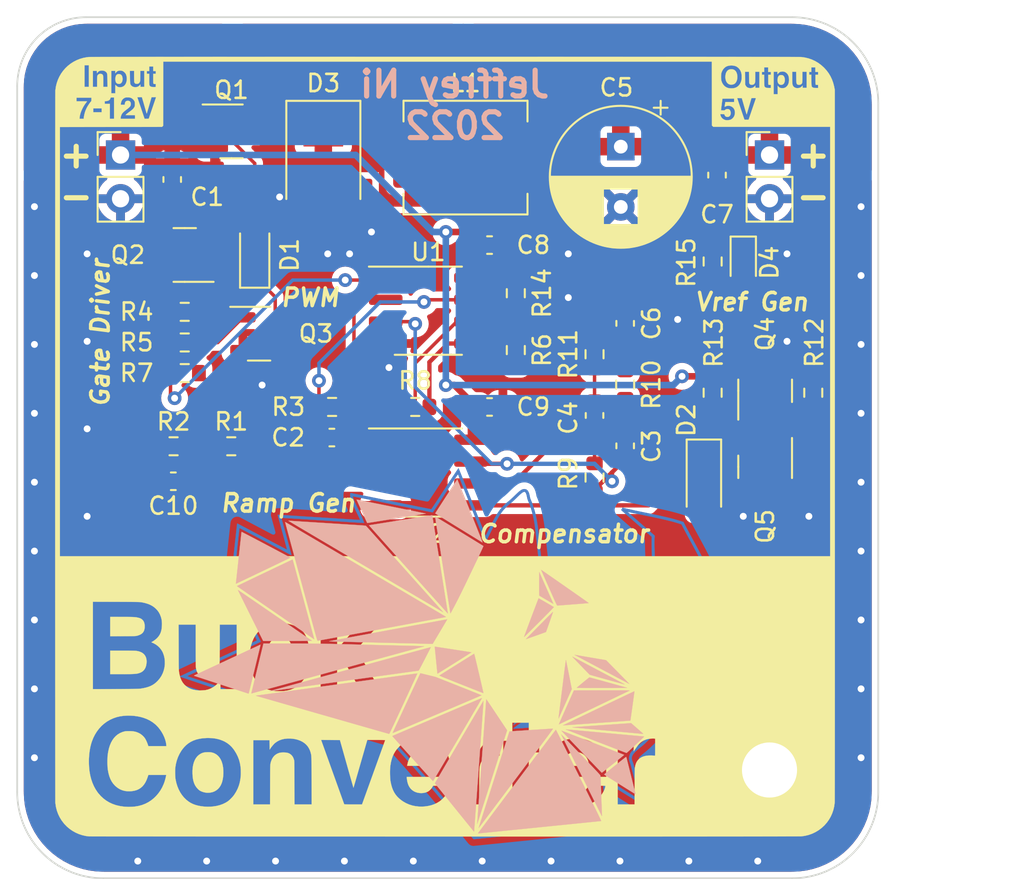
<source format=kicad_pcb>
(kicad_pcb (version 20211014) (generator pcbnew)
  (layers (0 "F.Cu" signal) (31 "B.Cu" signal) (34 "B.Paste" user) (35 "F.Paste" user) (36 "B.SilkS" user "B.Silkscreen") (37 "F.SilkS" user "F.Silkscreen") (38 "B.Mask" user) (39 "F.Mask" user) (44 "Edge.Cuts" user))
  (net 0 "")
  (net 1 "/VIN")
  (net 2 "GND")
  (net 3 "Net-(C2-Pad1)")
  (net 4 "Net-(C2-Pad2)")
  (net 5 "Net-(C3-Pad1)")
  (net 6 "Net-(C3-Pad2)")
  (net 7 "Net-(C4-Pad1)")
  (net 8 "/VOUT")
  (net 9 "Net-(C6-Pad1)")
  (net 10 "Net-(D1-Pad1)")
  (net 11 "Net-(D1-Pad2)")
  (net 12 "/Vref_5")
  (net 13 "/VSW")
  (net 14 "Net-(D4-Pad2)")
  (net 15 "Net-(Q3-Pad1)")
  (net 16 "/Vref_MID")
  (net 17 "Net-(R14-Pad2)")
  (net 18 "Net-(R5-Pad1)")
  (net 19 "Net-(R6-Pad1)")
  (net 20 "Net-(Q4-Pad1)")
  (net 21 "Net-(Q4-Pad2)")
  (footprint "Resistor_SMD:R_0603_1608Metric" (layer "F.Cu") (at 135.382 86.805 90)
    (fp_text reference "R13")
    (fp_text value "82")
  )
  (footprint "Capacitor_THT:CP_Radial_D8.0mm_P3.50mm" (layer "F.Cu") (at 130.048 72.515349 -90)
    (fp_text reference "C5")
    (fp_text value "100u")
  )
  (footprint "Capacitor_SMD:C_0603_1608Metric" (layer "F.Cu") (at 128.524 88.125 90)
    (fp_text reference "C4")
    (fp_text value "10n")
  )
  (footprint "buck-graphics:BMRx00060630" (layer "F.Cu") (at 121.031 73.152)
    (fp_text reference "L1")
    (fp_text value "10u")
  )
  (footprint "Package_SO:SOIC-8_3.9x4.9mm_P1.27mm" (layer "F.Cu") (at 118.872 91.44)
    (fp_text reference "U2")
    (fp_text value "LMC6482")
  )
  (footprint "Package_TO_SOT_SMD:SOT-23" (layer "F.Cu") (at 107.442 71.628)
    (fp_text reference "Q1")
    (fp_text value "Q_PMOS_GSD")
  )
  (footprint "Package_TO_SOT_SMD:SOT-23" (layer "F.Cu") (at 138.43 91.1075 -90)
    (fp_text reference "Q5")
    (fp_text value "MMBT3906")
  )
  (footprint "Resistor_SMD:R_0603_1608Metric" (layer "F.Cu") (at 107.429 89.914)
    (fp_text reference "R1")
    (fp_text value "10k")
  )
  (footprint "Resistor_SMD:R_0603_1608Metric" (layer "F.Cu") (at 113.284 87.63 180)
    (fp_text reference "R3")
    (fp_text value "4.7k")
  )
  (footprint "Capacitor_SMD:C_0603_1608Metric" (layer "F.Cu") (at 122.428 78.232)
    (fp_text reference "C8")
    (fp_text value "0.1u")
  )
  (footprint "Capacitor_SMD:C_0603_1608Metric" (layer "F.Cu") (at 104.064 91.946 180)
    (fp_text reference "C10")
    (fp_text value "0.1u")
  )
  (footprint "Resistor_SMD:R_0603_1608Metric" (layer "F.Cu") (at 118.11 87.63)
    (fp_text reference "R8")
    (fp_text value "10k")
  )
  (footprint "Diode_SMD:D_SMB" (layer "F.Cu") (at 112.776 73.406 -90)
    (fp_text reference "D3")
    (fp_text value "D_Schottky")
  )
  (footprint "Package_TO_SOT_SMD:SOT-23" (layer "F.Cu") (at 109.0445 83.378)
    (fp_text reference "Q3")
    (fp_text value "BSS123")
  )
  (footprint "buck-graphics:pcb-inkscape" (layer "F.Cu") (at 119.842001 89.937996)
    (fp_text reference "Ref**" hide)
    (fp_text value "Val**" hide)
  )
  (footprint "Package_TO_SOT_SMD:SOT-23" (layer "F.Cu") (at 104.7265 78.806 180)
    (fp_text reference "Q2")
    (fp_text value "MMBT3906")
  )
  (footprint "Resistor_SMD:R_0603_1608Metric" (layer "F.Cu") (at 130.302 86.334 90)
    (fp_text reference "R10")
    (fp_text value "680")
  )
  (footprint "Diode_SMD:D_SOD-323_HandSoldering" (layer "F.Cu") (at 108.7905 78.806 90)
    (fp_text reference "D1")
    (fp_text value "1N4148")
  )
  (footprint "Capacitor_SMD:C_0603_1608Metric" (layer "F.Cu") (at 130.302 89.89 90)
    (fp_text reference "C3")
    (fp_text value "82p")
  )
  (footprint "Capacitor_SMD:C_0603_1608Metric" (layer "F.Cu") (at 113.271 89.408)
    (fp_text reference "C2")
    (fp_text value "200p")
  )
  (footprint "Resistor_SMD:R_0603_1608Metric" (layer "F.Cu") (at 104.7265 82.108 180)
    (fp_text reference "R4")
    (fp_text value "1k")
  )
  (footprint "Resistor_SMD:R_0603_1608Metric" (layer "F.Cu") (at 123.952 84.328 90)
    (fp_text reference "R6")
    (fp_text value "20k")
  )
  (footprint "Diode_SMD:D_SOD-123" (layer "F.Cu") (at 134.874 91.7725 -90)
    (fp_text reference "D2")
    (fp_text value "D_Zener")
  )
  (footprint "MountingHole:MountingHole_3.2mm_M3_ISO7380_Pad" (layer "F.Cu") (at 138.684 108.712)
    (fp_text reference "REF**")
    (fp_text value "MountingHole_3.2mm_M3_ISO7380_Pad")
  )
  (footprint "Capacitor_SMD:C_0603_1608Metric" (layer "F.Cu") (at 104 74.422 -90)
    (fp_text reference "C1")
    (fp_text value "10u")
  )
  (footprint "Capacitor_SMD:C_0603_1608Metric" (layer "F.Cu") (at 135.636 74.168 -90)
    (fp_text reference "C7")
    (fp_text value "10u")
  )
  (footprint "Resistor_SMD:R_0603_1608Metric" (layer "F.Cu") (at 104.7265 83.886)
    (fp_text reference "R5")
    (fp_text value "33")
  )
  (footprint "Package_SO:SOIC-8_3.9x4.9mm_P1.27mm" (layer "F.Cu") (at 118.872 82.042)
    (fp_text reference "U1")
    (fp_text value "LM393")
  )
  (footprint "Resistor_SMD:R_0603_1608Metric" (layer "F.Cu") (at 135.382 79.185 -90)
    (fp_text reference "R15")
    (fp_text value "270")
  )
  (footprint "Resistor_SMD:R_0603_1608Metric" (layer "F.Cu") (at 141.224 86.805 90)
    (fp_text reference "R12")
    (fp_text value "10k")
  )
  (footprint "Resistor_SMD:R_0603_1608Metric" (layer "F.Cu") (at 104.7265 85.664 180)
    (fp_text reference "R7")
    (fp_text value "1k")
  )
  (footprint "Package_TO_SOT_SMD:SOT-23" (layer "F.Cu") (at 138.43 86.6925 90)
    (fp_text reference "Q4")
    (fp_text value "MMBT3906")
  )
  (footprint "Resistor_SMD:R_0603_1608Metric" (layer "F.Cu") (at 123.952 81.026 -90)
    (fp_text reference "R14")
    (fp_text value "270")
  )
  (footprint "LED_SMD:LED_0603_1608Metric" (layer "F.Cu") (at 137.16 79.2225 -90)
    (fp_text reference "D4")
    (fp_text value "LED")
  )
  (footprint "Connector_PinHeader_2.54mm:PinHeader_1x02_P2.54mm_Vertical" (layer "F.Cu") (at 101 73)
    (fp_text reference "J1" hide)
    (fp_text value "Conn_01x02")
  )
  (footprint "Resistor_SMD:R_0603_1608Metric" (layer "F.Cu") (at 128.524 91.731 90)
    (fp_text reference "R9")
    (fp_text value "10k")
  )
  (footprint "Connector_PinHeader_2.54mm:PinHeader_1x02_P2.54mm_Vertical" (layer "F.Cu") (at 138.684 73)
    (fp_text reference "J2" hide)
    (fp_text value "Conn_01x02")
  )
  (footprint "Resistor_SMD:R_0603_1608Metric" (layer "F.Cu") (at 128.524 84.569 90)
    (fp_text reference "R11")
    (fp_text value "27k")
  )
  (footprint "Capacitor_SMD:C_0603_1608Metric" (layer "F.Cu") (at 130.302 82.778 90)
    (fp_text reference "C6")
    (fp_text value "10n")
  )
  (footprint "Resistor_SMD:R_0603_1608Metric" (layer "F.Cu") (at 104.079 89.914)
    (fp_text reference "R2")
    (fp_text value "10k")
  )
  (footprint "Capacitor_SMD:C_0603_1608Metric" (layer "F.Cu") (at 122.428 87.63)
    (fp_text reference "C9")
    (fp_text value "0.1u")
  )
  (footprint "buck-graphics:pcb-art-back" (layer "B.Cu") (at 119.888 102.108 180)
    (fp_text reference "Ref**" hide)
    (fp_text value "Val**" hide)
  )
  (gr_arc (start 140 65) (mid 143.535534 66.464466) (end 145 70) (layer "Edge.Cuts") (width 0.1))
  (gr_line (start 95 110) (end 95 69) (layer "Edge.Cuts") (width 0.1))
  (gr_arc (start 145 110) (mid 143.535534 113.535534) (end 140 115) (layer "Edge.Cuts") (width 0.1))
  (gr_line (start 99 65) (end 140 65) (layer "Edge.Cuts") (width 0.1))
  (gr_line (start 140 115) (end 100 115) (layer "Edge.Cuts") (width 0.1))
  (gr_line (start 145 70) (end 145 110) (layer "Edge.Cuts") (width 0.1))
  (gr_arc (start 100 115) (mid 96.464466 113.535534) (end 95 110) (layer "Edge.Cuts") (width 0.1))
  (gr_arc (start 95 69) (mid 96.171573 66.171573) (end 99 65) (layer "Edge.Cuts") (width 0.1))
  (gr_text "Jeffrey Ni\n2022" (at 120.396 70.104) (layer "B.SilkS") (effects (font (size 1.5 1.5) (thickness 0.3)) (justify mirror)))
  (gr_text "Ramp Gen" (at 110.744 93.218) (layer "F.SilkS") (effects (font (size 1.016 1.016) (thickness 0.2032) italic)))
  (gr_text "Gate Driver" (at 99.822 83.312 90) (layer "F.SilkS") (effects (font (size 1.016 1.016) (thickness 0.2032) italic)))
  (gr_text "+\n-" (at 141.224 74.168) (layer "F.SilkS") (effects (font (size 1.5 1.5) (thickness 0.3))))
  (gr_text "Vref Gen" (at 137.668 81.534) (layer "F.SilkS") (effects (font (size 1.016 1.016) (thickness 0.2032) italic)))
  (gr_text "Compensator" (at 126.746 94.996) (layer "F.SilkS") (effects (font (size 1.016 1.016) (thickness 0.2032) italic)))
  (gr_text "PWM" (at 112.014 81.28) (layer "F.SilkS") (effects (font (size 1.016 1.016) (thickness 0.2032) italic)))
  (gr_text "+\n-" (at 98.425 74.168) (layer "F.SilkS") (effects (font (size 1.5 1.5) (thickness 0.3))))
  (segment (start 104.7011 84.8136) (end 105.5515 85.664) (width 0.2) (layer "F.Cu") (net 1))
  (segment (start 121.347 80.137) (end 123.888 80.137) (width 0.2) (layer "F.Cu") (net 1))
  (segment (start 108.254 88.3665) (end 108.254 89.914) (width 0.2) (layer "F.Cu") (net 1))
  (segment (start 103.789 78.806) (end 103.789 78.211) (width 0.2) (layer "F.Cu") (net 1))
  (segment (start 105.5515 85.664) (end 108.254 88.3665) (width 0.2) (layer "F.Cu") (net 1))
  (segment (start 121.347 80.137) (end 121.347 78.538) (width 0.381) (layer "F.Cu") (net 1))
  (segment (start 123.888 80.137) (end 123.952 80.201) (width 0.2) (layer "F.Cu") (net 1))
  (segment (start 121.347 87.936) (end 121.653 87.63) (width 0.381) (layer "F.Cu") (net 1))
  (segment (start 121.411 80.201) (end 121.347 80.137) (width 0.2) (layer "F.Cu") (net 1))
  (segment (start 106.5045 75.4955) (end 106.5045 72.578) (width 0.2) (layer "F.Cu") (net 1))
  (segment (start 135.254 85.852) (end 135.382 85.98) (width 0.381) (layer "F.Cu") (net 1))
  (segment (start 135.382 85.98) (end 138.205 85.98) (width 0.25) (layer "F.Cu") (net 1))
  (segment (start 133.604 85.852) (end 135.254 85.852) (width 0.381) (layer "F.Cu") (net 1))
  (segment (start 120.891 77.47) (end 121.653 78.232) (width 0.381) (layer "F.Cu") (net 1))
  (segment (start 119.888 86.36) (end 120.383 86.36) (width 0.381) (layer "F.Cu") (net 1))
  (segment (start 121.347 78.538) (end 121.653 78.232) (width 0.381) (layer "F.Cu") (net 1))
  (segment (start 103.9015 78.9185) (end 103.789 78.806) (width 0.2) (layer "F.Cu") (net 1))
  (segment (start 121.347 89.535) (end 121.347 87.936) (width 0.381) (layer "F.Cu") (net 1))
  (segment (start 120.383 86.36) (end 121.653 87.63) (width 0.381) (layer "F.Cu") (net 1))
  (segment (start 103.9015 82.108) (end 103.9015 78.9185) (width 0.2) (layer "F.Cu") (net 1))
  (segment (start 138.205 85.98) (end 138.43 85.755) (width 0.25) (layer "F.Cu") (net 1))
  (segment (start 103.9015 82.108) (end 104.7011 82.9076) (width 0.2) (layer "F.Cu") (net 1))
  (segment (start 103.789 78.211) (end 106.5045 75.4955) (width 0.2) (layer "F.Cu") (net 1))
  (segment (start 104.7011 82.9076) (end 104.7011 84.8136) (width 0.2) (layer "F.Cu") (net 1))
  (segment (start 119.888 77.47) (end 120.891 77.47) (width 0.381) (layer "F.Cu") (net 1))
  (via (at 119.888 77.47) (size 0.8) (drill 0.4) (layers "F.Cu" "B.Cu") (net 1))
  (via (at 119.888 86.36) (size 0.8) (drill 0.4) (layers "F.Cu" "B.Cu") (net 1))
  (via (at 133.604 85.852) (size 0.8) (drill 0.4) (layers "F.Cu" "B.Cu") (net 1))
  (segment (start 119.888 77.47) (end 119.888 86.36) (width 0.381) (layer "B.Cu") (net 1))
  (segment (start 114.656 73) (end 101 73) (width 0.381) (layer "B.Cu") (net 1))
  (segment (start 119.888 86.36) (end 133.096 86.36) (width 0.381) (layer "B.Cu") (net 1))
  (segment (start 119.126 77.47) (end 119.888 77.47) (width 0.381) (layer "B.Cu") (net 1))
  (segment (start 114.656 73) (end 119.126 77.47) (width 0.381) (layer "B.Cu") (net 1))
  (segment (start 133.096 86.36) (end 133.604 85.852) (width 0.381) (layer "B.Cu") (net 1))
  (via (at 137.16 93.98) (size 0.8) (drill 0.4) (layers "F.Cu" "B.Cu") (net 2))
  (via (at 96 100) (size 0.8) (drill 0.4) (layers "F.Cu" "B.Cu") (net 2))
  (via (at 139.7 78.74) (size 0.8) (drill 0.4) (layers "F.Cu" "B.Cu") (net 2))
  (via (at 130 114) (size 0.8) (drill 0.4) (layers "F.Cu" "B.Cu") (net 2))
  (via (at 118 114) (size 0.8) (drill 0.4) (layers "F.Cu" "B.Cu") (net 2))
  (via (at 144 80) (size 0.8) (drill 0.4) (layers "F.Cu" "B.Cu") (net 2))
  (via (at 96 88) (size 0.8) (drill 0.4) (layers "F.Cu" "B.Cu") (net 2))
  (via (at 96 76) (size 0.8) (drill 0.4) (layers "F.Cu" "B.Cu") (net 2))
  (via (at 110 114) (size 0.8) (drill 0.4) (layers "F.Cu" "B.Cu") (net 2))
  (via (at 144 76) (size 0.8) (drill 0.4) (layers "F.Cu" "B.Cu") (net 2))
  (via (at 96 104) (size 0.8) (drill 0.4) (layers "F.Cu" "B.Cu") (net 2))
  (via (at 115.57 77.47) (size 0.8) (drill 0.4) (layers "F.Cu" "B.Cu") (net 2))
  (via (at 114.3 78.74) (size 0.8) (drill 0.4) (layers "F.Cu" "B.Cu") (net 2))
  (via (at 99.06 88.9) (size 0.8) (drill 0.4) (layers "F.Cu" "B.Cu") (net 2))
  (via (at 96 84) (size 0.8) (drill 0.4) (layers "F.Cu" "B.Cu") (net 2))
  (via (at 113.03 78.74) (size 0.8) (drill 0.4) (layers "F.Cu" "B.Cu") (net 2))
  (via (at 122 114) (size 0.8) (drill 0.4) (layers "F.Cu" "B.Cu") (net 2))
  (via (at 114 114) (size 0.8) (drill 0.4) (layers "F.Cu" "B.Cu") (net 2))
  (via (at 133.35 82.55) (size 0.8) (drill 0.4) (layers "F.Cu" "B.Cu") (net 2))
  (via (at 116.586 85.344) (size 0.8) (drill 0.4) (layers "F.Cu" "B.Cu") (net 2))
  (via (at 144 88) (size 0.8) (drill 0.4) (layers "F.Cu" "B.Cu") (net 2))
  (via (at 138 114) (size 0.8) (drill 0.4) (layers "F.Cu" "B.Cu") (net 2))
  (via (at 99.06 83.82) (size 0.8) (drill 0.4) (layers "F.Cu" "B.Cu") (net 2))
  (via (at 144 92) (size 0.8) (drill 0.4) (layers "F.Cu" "B.Cu") (net 2))
  (via (at 144 84) (size 0.8) (drill 0.4) (layers "F.Cu" "B.Cu") (net 2))
  (via (at 127 81.28) (size 0.8) (drill 0.4) (layers "F.Cu" "B.Cu") (net 2))
  (via (at 144 108) (size 0.8) (drill 0.4) (layers "F.Cu" "B.Cu") (net 2))
  (via (at 144 100) (size 0.8) (drill 0.4) (layers "F.Cu" "B.Cu") (net 2))
  (via (at 96 80) (size 0.8) (drill 0.4) (layers "F.Cu" "B.Cu") (net 2))
  (via (at 99.06 93.98) (size 0.8) (drill 0.4) (layers "F.Cu" "B.Cu") (net 2))
  (via (at 99.06 78.74) (size 0.8) (drill 0.4) (layers "F.Cu" "B.Cu") (net 2))
  (via (at 140.97 93.98) (size 0.8) (drill 0.4) (layers "F.Cu" "B.Cu") (net 2))
  (via (at 127 78.74) (size 0.8) (drill 0.4) (layers "F.Cu" "B.Cu") (net 2))
  (via (at 102 114) (size 0.8) (drill 0.4) (layers "F.Cu" "B.Cu") (net 2))
  (via (at 144 104) (size 0.8) (drill 0.4) (layers "F.Cu" "B.Cu") (net 2))
  (via (at 96 96) (size 0.8) (drill 0.4) (layers "F.Cu" "B.Cu") (net 2))
  (via (at 134 114) (size 0.8) (drill 0.4) (layers "F.Cu" "B.Cu") (net 2))
  (via (at 96 108) (size 0.8) (drill 0.4) (layers "F.Cu" "B.Cu") (net 2))
  (via (at 126 114) (size 0.8) (drill 0.4) (layers "F.Cu" "B.Cu") (net 2))
  (via (at 106 114) (size 0.8) (drill 0.4) (layers "F.Cu" "B.Cu") (net 2))
  (via (at 139.7 83.82) (size 0.8) (drill 0.4) (layers "F.Cu" "B.Cu") (net 2))
  (via (at 144 96) (size 0.8) (drill 0.4) (layers "F.Cu" "B.Cu") (net 2))
  (via (at 109.22 86.36) (size 0.8) (drill 0.4) (layers "F.Cu" "B.Cu") (net 2))
  (via (at 110.236 75.438) (size 0.8) (drill 0.4) (layers "F.Cu" "B.Cu") (net 2))
  (via (at 96 92) (size 0.8) (drill 0.4) (layers "F.Cu" "B.Cu") (net 2))
  (segment (start 112.496 89.408) (end 112.496 89.243) (width 0.25) (layer "F.Cu") (net 3))
  (segment (start 116.397 90.805) (end 113.893 90.805) (width 0.25) (layer "F.Cu") (net 3))
  (segment (start 113.893 90.805) (end 112.496 89.408) (width 0.25) (layer "F.Cu") (net 3))
  (segment (start 112.496 89.243) (end 114.109 87.63) (width 0.25) (layer "F.Cu") (net 3))
  (segment (start 116.397 89.535) (end 116.397 88.518) (width 0.25) (layer "F.Cu") (net 4))
  (segment (start 114.935 81.407) (end 114.554 81.788) (width 0.2) (layer "F.Cu") (net 4))
  (segment (start 116.27 89.408) (end 116.397 89.535) (width 0.25) (layer "F.Cu") (net 4))
  (segment (start 116.397 81.407) (end 114.935 81.407) (width 0.2) (layer "F.Cu") (net 4))
  (segment (start 116.397 88.518) (end 117.285 87.63) (width 0.25) (layer "F.Cu") (net 4))
  (segment (start 114.554 84.899) (end 117.285 87.63) (width 0.2) (layer "F.Cu") (net 4))
  (segment (start 114.046 89.408) (end 116.27 89.408) (width 0.25) (layer "F.Cu") (net 4))
  (segment (start 116.967 81.407) (end 116.397 81.407) (width 0.2) (layer "F.Cu") (net 4))
  (segment (start 114.554 81.788) (end 114.554 84.899) (width 0.2) (layer "F.Cu") (net 4))
  (segment (start 128.524 92.556) (end 128.524 92.443) (width 0.25) (layer "F.Cu") (net 5))
  (segment (start 128.524 92.443) (end 129.5335 91.4335) (width 0.25) (layer "F.Cu") (net 5))
  (segment (start 129.5335 91.4335) (end 130.302 90.665) (width 0.25) (layer "F.Cu") (net 5))
  (segment (start 128.523 92.557) (end 128.524 92.556) (width 0.2) (layer "F.Cu") (net 5))
  (segment (start 129.5335 91.4335) (end 129.54 91.44) (width 0.25) (layer "F.Cu") (net 5))
  (segment (start 117.983 82.677) (end 118.11 82.804) (width 0.2032) (layer "F.Cu") (net 5))
  (segment (start 123.444 90.932) (end 121.474 90.932) (width 0.25) (layer "F.Cu") (net 5))
  (segment (start 116.397 82.677) (end 117.983 82.677) (width 0.2032) (layer "F.Cu") (net 5))
  (segment (start 121.474 90.932) (end 121.347 90.805) (width 0.25) (layer "F.Cu") (net 5))
  (segment (start 129.54 91.44) (end 129.54 91.948) (width 0.25) (layer "F.Cu") (net 5))
  (via (at 118.11 82.804) (size 0.8) (drill 0.4) (layers "F.Cu" "B.Cu") (net 5))
  (via (at 123.444 90.932) (size 0.8) (drill 0.4) (layers "F.Cu" "B.Cu") (net 5))
  (via (at 129.54 91.948) (size 0.8) (drill 0.4) (layers "F.Cu" "B.Cu") (net 5))
  (segment (start 129.54 91.948) (end 128.524 90.932) (width 0.25) (layer "B.Cu") (net 5))
  (segment (start 122.555 90.932) (end 123.444 90.932) (width 0.2032) (layer "B.Cu") (net 5))
  (segment (start 118.11 86.487) (end 122.555 90.932) (width 0.2032) (layer "B.Cu") (net 5))
  (segment (start 128.524 90.932) (end 123.444 90.932) (width 0.25) (layer "B.Cu") (net 5))
  (segment (start 118.11 82.804) (end 118.11 86.487) (width 0.2032) (layer "B.Cu") (net 5))
  (segment (start 130.48 87.337) (end 130.302 87.159) (width 0.2) (layer "F.Cu") (net 6))
  (segment (start 123.799 92.075) (end 128.524 87.35) (width 0.25) (layer "F.Cu") (net 6))
  (segment (start 130.302 89.115) (end 130.302 87.159) (width 0.2) (layer "F.Cu") (net 6))
  (segment (start 128.524 87.35) (end 130.111 87.35) (width 0.2) (layer "F.Cu") (net 6))
  (segment (start 130.111 87.35) (end 130.302 87.159) (width 0.2) (layer "F.Cu") (net 6))
  (segment (start 121.347 92.075) (end 123.799 92.075) (width 0.25) (layer "F.Cu") (net 6))
  (segment (start 128.524 87.35) (end 128.524 85.394) (width 0.2) (layer "F.Cu") (net 6))
  (segment (start 128.524 90.906) (end 128.524 88.9) (width 0.2) (layer "F.Cu") (net 7))
  (segment (start 135.382 78.36) (end 135.382 78.299) (width 0.2) (layer "F.Cu") (net 8))
  (segment (start 133.858 73.406) (end 132.967349 72.515349) (width 0.2) (layer "F.Cu") (net 8))
  (segment (start 128.524 83.744) (end 128.474 83.744) (width 0.2) (layer "F.Cu") (net 8))
  (segment (start 128.561 83.744) (end 130.302 82.003) (width 0.2) (layer "F.Cu") (net 8))
  (segment (start 128.524 83.744) (end 128.561 83.744) (width 0.2) (layer "F.Cu") (net 8))
  (segment (start 130.302 82.003) (end 130.302 80.518) (width 0.2) (layer "F.Cu") (net 8))
  (segment (start 133.858 76.775) (end 133.858 75.692) (width 0.2) (layer "F.Cu") (net 8))
  (segment (start 130.302 80.518) (end 133.858 76.962) (width 0.2) (layer "F.Cu") (net 8))
  (segment (start 135.382 78.299) (end 133.858 76.775) (width 0.2) (layer "F.Cu") (net 8))
  (segment (start 132.967349 72.515349) (end 130.81 72.515349) (width 0.2) (layer "F.Cu") (net 8))
  (segment (start 133.858 75.692) (end 133.858 73.406) (width 0.2) (layer "F.Cu") (net 8))
  (segment (start 133.858 76.962) (end 133.858 75.692) (width 0.2) (layer "F.Cu") (net 8))
  (segment (start 130.302 85.509) (end 130.302 83.553) (width 0.2) (layer "F.Cu") (net 9))
  (segment (start 108.7905 80.056) (end 105.964 80.056) (width 0.2) (layer "F.Cu") (net 10))
  (segment (start 109.982 81.2475) (end 108.7905 80.056) (width 0.2) (layer "F.Cu") (net 10))
  (segment (start 105.964 80.056) (end 105.664 79.756) (width 0.2) (layer "F.Cu") (net 10))
  (segment (start 105.5515 79.8685) (end 105.664 79.756) (width 0.2) (layer "F.Cu") (net 10))
  (segment (start 109.982 83.378) (end 109.982 81.2475) (width 0.2) (layer "F.Cu") (net 10))
  (segment (start 105.5515 82.108) (end 105.5515 79.8685) (width 0.2) (layer "F.Cu") (net 10))
  (segment (start 107.696 72.396283) (end 107.692858 72.393142) (width 0.2) (layer "F.Cu") (net 11))
  (segment (start 105.964 77.556) (end 108.7905 77.556) (width 0.2) (layer "F.Cu") (net 11))
  (segment (start 105.664 77.856) (end 105.964 77.556) (width 0.2) (layer "F.Cu") (net 11))
  (segment (start 107.692858 72.393142) (end 106.5045 71.204783) (width 0.2) (layer "F.Cu") (net 11))
  (segment (start 108.7905 73.490784) (end 107.692858 72.393142) (width 0.2) (layer "F.Cu") (net 11))
  (segment (start 106.5045 71.204783) (end 106.5045 70.678) (width 0.2) (layer "F.Cu") (net 11))
  (segment (start 108.7905 77.556) (end 108.5365 77.302) (width 0.2) (layer "F.Cu") (net 11))
  (segment (start 108.7905 77.556) (end 108.7905 73.490784) (width 0.2) (layer "F.Cu") (net 11))
  (segment (start 134.874 90.1225) (end 131.6515 93.345) (width 0.25) (layer "F.Cu") (net 12))
  (segment (start 131.6515 93.345) (end 121.347 93.345) (width 0.25) (layer "F.Cu") (net 12))
  (segment (start 137.4325 90.1225) (end 134.874 90.1225) (width 0.2) (layer "F.Cu") (net 12))
  (segment (start 137.48 90.17) (end 137.4325 90.1225) (width 0.2) (layer "F.Cu") (net 12))
  (segment (start 135.382 80.01) (end 137.16 80.01) (width 0.2) (layer "F.Cu") (net 14))
  (segment (start 106.649 83.886) (end 108.107 82.428) (width 0.2) (layer "F.Cu") (net 15))
  (segment (start 105.5515 83.886) (end 106.649 83.886) (width 0.2) (layer "F.Cu") (net 15))
  (segment (start 116.397 92.075) (end 107.823 92.075) (width 0.2) (layer "F.Cu") (net 16))
  (segment (start 104.904 91.881) (end 104.904 89.914) (width 0.2032) (layer "F.Cu") (net 16))
  (segment (start 120.523 82.677) (end 121.347 82.677) (width 0.2) (layer "F.Cu") (net 16))
  (segment (start 104.904 89.914) (end 106.604 89.914) (width 0.2) (layer "F.Cu") (net 16))
  (segment (start 104.902 90.14) (end 104.904 90.138) (width 0.2) (layer "F.Cu") (net 16))
  (segment (start 106.604 90.856) (end 106.604 89.914) (width 0.2) (layer "F.Cu") (net 16))
  (segment (start 104.839 91.946) (end 104.904 91.881) (width 0.2032) (layer "F.Cu") (net 16))
  (segment (start 118.11 85.09) (end 120.523 82.677) (width 0.2) (layer "F.Cu") (net 16))
  (segment (start 118.11 91.44) (end 118.11 85.09) (width 0.2) (layer "F.Cu") (net 16))
  (segment (start 107.823 92.075) (end 106.604 90.856) (width 0.2) (layer "F.Cu") (net 16))
  (segment (start 116.397 92.075) (end 117.475 92.075) (width 0.2) (layer "F.Cu") (net 16))
  (segment (start 104.902 89.916) (end 104.904 89.914) (width 0.2) (layer "F.Cu") (net 16))
  (segment (start 117.475 92.075) (end 118.11 91.44) (width 0.2) (layer "F.Cu") (net 16))
  (segment (start 121.347 81.407) (end 123.508 81.407) (width 0.2032) (layer "F.Cu") (net 17))
  (segment (start 112.522 86.106) (end 112.522 87.567) (width 0.2032) (layer "F.Cu") (net 17))
  (segment (start 123.508 81.407) (end 123.952 81.851) (width 0.2032) (layer "F.Cu") (net 17))
  (segment (start 121.347 81.407) (end 118.745 81.407) (width 0.2032) (layer "F.Cu") (net 17))
  (segment (start 118.745 81.407) (end 118.618 81.534) (width 0.2032) (layer "F.Cu") (net 17))
  (segment (start 112.522 87.567) (end 112.459 87.63) (width 0.2032) (layer "F.Cu") (net 17))
  (segment (start 123.952 81.851) (end 123.952 83.503) (width 0.2032) (layer "F.Cu") (net 17))
  (via (at 118.618 81.534) (size 0.8) (drill 0.4) (layers "F.Cu" "B.Cu") (net 17))
  (via (at 112.522 86.106) (size 0.8) (drill 0.4) (layers "F.Cu" "B.Cu") (net 17))
  (segment (start 112.522 85.09) (end 112.522 86.106) (width 0.2032) (layer "B.Cu") (net 17))
  (segment (start 116.078 81.534) (end 112.522 85.09) (width 0.2032) (layer "B.Cu") (net 17))
  (segment (start 118.618 81.534) (end 116.078 81.534) (width 0.2032) (layer "B.Cu") (net 17))
  (segment (start 116.27 80.264) (end 116.397 80.137) (width 0.2) (layer "F.Cu") (net 18))
  (segment (start 103.9015 86.8835) (end 104.14 87.122) (width 0.2) (layer "F.Cu") (net 18))
  (segment (start 103.9015 85.664) (end 103.8883 85.664) (width 0.2) (layer "F.Cu") (net 18))
  (segment (start 103.9015 85.664) (end 103.9015 86.8835) (width 0.2) (layer "F.Cu") (net 18))
  (segment (start 103.8883 85.664) (end 103.8629 85.6386) (width 0.2) (layer "F.Cu") (net 18))
  (segment (start 114.046 80.264) (end 116.27 80.264) (width 0.2) (layer "F.Cu") (net 18))
  (segment (start 103.9015 83.886) (end 103.9015 85.664) (width 0.2) (layer "F.Cu") (net 18))
  (via (at 114.046 80.264) (size 0.8) (drill 0.4) (layers "F.Cu" "B.Cu") (net 18))
  (via (at 104.14 87.122) (size 0.8) (drill 0.4) (layers "F.Cu" "B.Cu") (net 18))
  (segment (start 110.998 80.264) (end 114.046 80.264) (width 0.2) (layer "B.Cu") (net 18))
  (segment (start 104.14 87.122) (end 110.998 80.264) (width 0.2) (layer "B.Cu") (net 18))
  (segment (start 118.935 87.63) (end 118.935 85.027) (width 0.25) (layer "F.Cu") (net 19))
  (segment (start 123.952 85.153) (end 122.553 85.153) (width 0.2032) (layer "F.Cu") (net 19))
  (segment (start 120.015 83.947) (end 121.347 83.947) (width 0.25) (layer "F.Cu") (net 19))
  (segment (start 122.553 85.153) (end 121.347 83.947) (width 0.2032) (layer "F.Cu") (net 19))
  (segment (start 118.935 85.027) (end 120.015 83.947) (width 0.25) (layer "F.Cu") (net 19))
  (segment (start 138.43 92.045) (end 138.43 88.58) (width 0.2) (layer "F.Cu") (net 20))
  (segment (start 138.43 88.58) (end 137.48 87.63) (width 0.2) (layer "F.Cu") (net 20))
  (segment (start 137.48 87.63) (end 135.382 87.63) (width 0.2) (layer "F.Cu") (net 20))
  (segment (start 141.03 85.98) (end 139.38 87.63) (width 0.2) (layer "F.Cu") (net 21))
  (segment (start 141.224 85.98) (end 141.03 85.98) (width 0.2) (layer "F.Cu") (net 21))
  (segment (start 139.38 90.17) (end 139.38 87.63) (width 0.2) (layer "F.Cu") (net 21))
  (zone (net 13) (net_name "/VSW") (layer "F.Cu") (priority 1) (connect_pads (clearance 0.381)) (min_thickness 0.254) (fill yes (thermal_gap 0.508) (thermal_bridge_width 1.016))
    (polygon (pts (xy 120.396 76) (xy 116 76) (xy 116 74) (xy 108 74) (xy 108 64) (xy 120.396 64)))
  )
  (zone (net 1) (net_name "/VIN") (layer "F.Cu") (priority 1) (connect_pads (clearance 0.381)) (min_thickness 0.254) (fill yes (thermal_gap 0.508) (thermal_bridge_width 1.016))
    (polygon (pts (xy 107 74) (xy 94 74) (xy 94 64) (xy 107 64)))
  )
  (zone (net 2) (net_name "GND") (layers F&B.Cu) (connect_pads (clearance 0.381)) (min_thickness 0.254) (fill yes (thermal_gap 0.508) (thermal_bridge_width 0.508))
    (polygon (pts (xy 145 115) (xy 95 115) (xy 95 65) (xy 145 65)))
  )
  (zone (net 8) (net_name "/VOUT") (layer "F.Cu") (priority 1) (connect_pads (clearance 0.381)) (min_thickness 0.254) (fill yes (thermal_gap 0.508) (thermal_bridge_width 1.016))
    (polygon (pts (xy 146 74) (xy 127 74) (xy 127 76) (xy 121.412 76) (xy 121.412 64.008) (xy 146 64)))
  )
)
</source>
